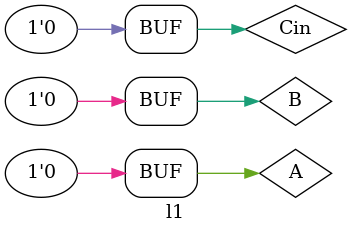
<source format=v>
`timescale 1ns / 1ps


module l1;

	// Inputs
	reg A;
	reg B;
	reg Cin;

	// Outputs
	wire S;
	wire Cout;

	// Instantiate the Unit Under Test (UUT)
	Full_Adder_Using_Half_Adder uut (
		.A(A), 
		.B(B), 
		.Cin(Cin), 
		.S(S), 
		.Cout(Cout)
	);

	initial begin
		// Initialize Inputs
		A = 0;
		B = 0;
		Cin = 0;

		// Wait 100 ns for global reset to finish
		#100;
        
		// Add stimulus here

	end
      
endmodule


</source>
